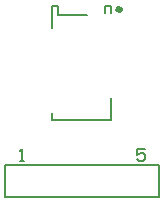
<source format=gto>
G04*
G04 #@! TF.GenerationSoftware,Altium Limited,Altium Designer,23.2.1 (34)*
G04*
G04 Layer_Color=65535*
%FSLAX44Y44*%
%MOMM*%
G71*
G04*
G04 #@! TF.SameCoordinates,4477C0AE-7A1D-4FD6-A519-23812B22FF84*
G04*
G04*
G04 #@! TF.FilePolarity,Positive*
G04*
G01*
G75*
%ADD10C,0.5000*%
%ADD11C,0.2000*%
%ADD12C,0.1524*%
D10*
X110384Y175249D02*
G03*
X110384Y175249I-923J0D01*
G01*
D11*
X58100Y170800D02*
X82600D01*
X53100Y159700D02*
Y178100D01*
X103100Y172200D02*
Y178100D01*
X53100D02*
X58100D01*
Y170800D02*
Y178100D01*
X98100Y172100D02*
Y178100D01*
X103100D01*
X53100Y81900D02*
Y87800D01*
X103100Y81900D02*
Y100300D01*
X53100Y81900D02*
X103100D01*
X143100Y16550D02*
Y43450D01*
X13100D02*
X143100D01*
X13100Y16550D02*
Y43450D01*
Y16550D02*
X143100D01*
D12*
X131871Y57157D02*
X125100D01*
Y52078D01*
X128486Y53771D01*
X130178D01*
X131871Y52078D01*
Y48693D01*
X130178Y47000D01*
X126793D01*
X125100Y48693D01*
X26100Y47000D02*
X29486D01*
X27793D01*
Y57157D01*
X26100Y55464D01*
M02*

</source>
